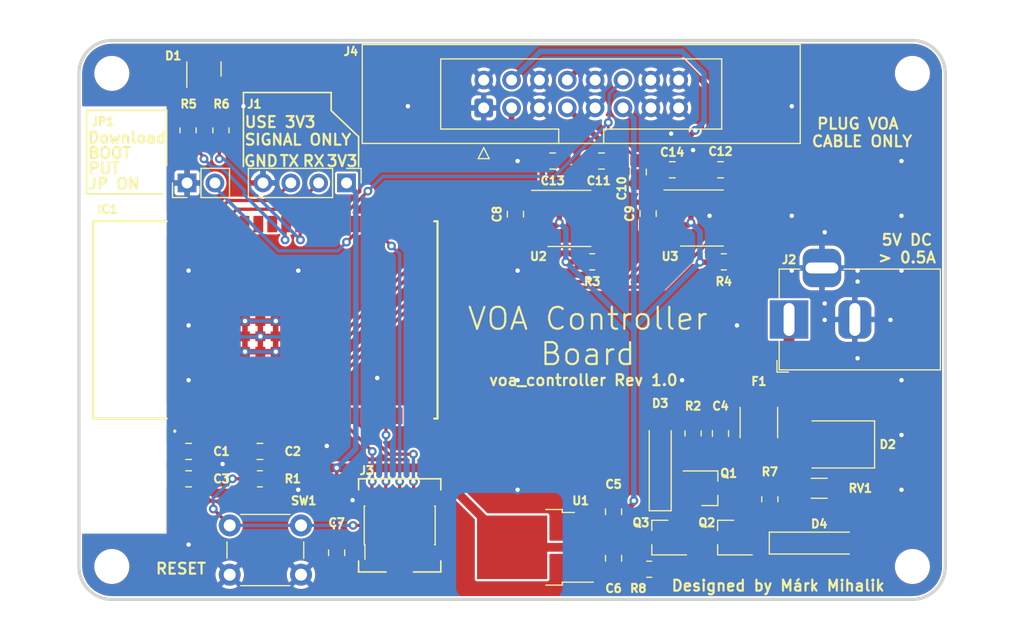
<source format=kicad_pcb>
(kicad_pcb (version 20211014) (generator pcbnew)
  (title_block (title "Voltage Controlled Amplifier (VOA) controller board") (date "2022-05-05") (rev "1.0") (company "Degined by Márk Mihalik"))
  (layers (0 "F.Cu" signal) (31 "B.Cu" signal) (34 "B.Paste" user) (35 "F.Paste" user) (36 "B.SilkS" user "B.Silkscreen") (37 "F.SilkS" user "F.Silkscreen") (38 "B.Mask" user) (39 "F.Mask" user) (44 "Edge.Cuts" user))
  (net 0 "")
  (net 1 "+3V3")
  (net 2 "GND")
  (net 3 "/ESP32_EN")
  (net 4 "+5V")
  (net 5 "Net-(D1-Pad1)")
  (net 6 "Net-(D1-Pad2)")
  (net 11 "/MOTOR_FWD_A")
  (net 12 "/MOTOR_REV_A")
  (net 13 "/MOTOR_FWD_B")
  (net 14 "/MOTOR_REV_B")
  (net 16 "/ESP32_JTAG_TMS")
  (net 17 "/ESP32_JTAG_TDI")
  (net 18 "/ESP32_JTAG_TCK")
  (net 25 "/ESP32_JTAG_TDO")
  (net 27 "/BOOT")
  (net 28 "/VOA_POT")
  (net 31 "/LED_RED")
  (net 32 "/LED_GREEN")
  (net 36 "/SERIAL_RX")
  (net 37 "/SERIAL_TX")
  (net 40 "/Motor_A+")
  (net 41 "/Motor_A-")
  (net 42 "/Motor_B+")
  (net 43 "/Motor_B-")
  (net 45 "Net-(R3-Pad2)")
  (net 46 "Net-(R4-Pad2)")
  (net 47 "Net-(C4-Pad1)")
  (net 48 "Net-(D3-Pad1)")
  (net 49 "Net-(D3-Pad2)")
  (net 50 "Net-(D4-Pad1)")
  (net 51 "/Power Source and Protection/PWR_IN")
  (net 52 "Net-(Q2-Pad3)")
  (footprint "Capacitor_SMD:C_0805_2012Metric_Pad1.18x1.45mm_HandSolder" (layer "F.Cu") (at 98 113 180)
    (fp_text reference "C3")
    (fp_text value "100n")
  )
  (footprint "Diode_SMD:D_SMB" (layer "F.Cu") (at 157 109.8625 180)
    (fp_text reference "D2")
    (fp_text value "35V")
  )
  (footprint "Capacitor_SMD:C_0805_2012Metric_Pad1.18x1.45mm_HandSolder" (layer "F.Cu") (at 136.75 120.25 -90)
    (fp_text reference "C6")
    (fp_text value "10u")
  )
  (footprint "Resistor_SMD:R_0805_2012Metric_Pad1.20x1.40mm_HandSolder" (layer "F.Cu") (at 151 114.8625 -90)
    (fp_text reference "R7")
    (fp_text value "10k")
  )
  (footprint "Resistor_SMD:R_0805_2012Metric_Pad1.20x1.40mm_HandSolder" (layer "F.Cu") (at 100.95 81.2 -90)
    (fp_text reference "R6")
    (fp_text value "56")
  )
  (footprint "Capacitor_SMD:C_0805_2012Metric_Pad1.18x1.45mm_HandSolder" (layer "F.Cu") (at 142.1 84.8)
    (fp_text reference "C14")
    (fp_text value "100n")
  )
  (footprint "Capacitor_SMD:C_0805_2012Metric_Pad1.18x1.45mm_HandSolder" (layer "F.Cu") (at 111.5 119.75 -90)
    (fp_text reference "C7")
    (fp_text value "100n")
  )
  (footprint "Connector_BarrelJack:BarrelJack_Horizontal" (layer "F.Cu") (at 152.75 98.4575 180)
    (fp_text reference "J2")
    (fp_text value "Barrel_Jack_Switch_Pin3Ring")
  )
  (footprint "Package_TO_SOT_SMD:TO-252-3_TabPin2" (layer "F.Cu") (at 129.6 119.25 180)
    (fp_text reference "U1")
    (fp_text value "IFX27001TFV33")
  )
  (footprint "Capacitor_SMD:C_0805_2012Metric_Pad1.18x1.45mm_HandSolder" (layer "F.Cu") (at 131.2 84)
    (fp_text reference "C13")
    (fp_text value "100n")
  )
  (footprint "MountingHole:MountingHole_2.7mm_M2.5" (layer "F.Cu") (at 91 121)
    (fp_text reference "REF04" hide)
    (fp_text value "MountingHole_2.7mm_M2.5")
  )
  (footprint "Capacitor_SMD:C_0805_2012Metric_Pad1.18x1.45mm_HandSolder" (layer "F.Cu") (at 104.5 110.5 180)
    (fp_text reference "C2")
    (fp_text value "100n")
  )
  (footprint "Resistor_SMD:R_0805_2012Metric_Pad1.20x1.40mm_HandSolder" (layer "F.Cu") (at 146.8 93.2)
    (fp_text reference "R4")
    (fp_text value "10k")
  )
  (footprint "MountingHole:MountingHole_2.7mm_M2.5" (layer "F.Cu") (at 91 76)
    (fp_text reference "REF01" hide)
    (fp_text value "MountingHole_2.7mm_M2.5")
  )
  (footprint "Package_SO:SOIC-8_3.9x4.9mm_P1.27mm" (layer "F.Cu") (at 144.8 89.2)
    (fp_text reference "U3")
    (fp_text value "ZXBM5210-S")
  )
  (footprint "MountingHole:MountingHole_2.7mm_M2.5" (layer "F.Cu") (at 164 76)
    (fp_text reference "REF02" hide)
    (fp_text value "MountingHole_2.7mm_M2.5")
  )
  (footprint "Resistor_SMD:R_1206_3216Metric" (layer "F.Cu") (at 155.5 113.8625)
    (fp_text reference "RV1")
    (fp_text value "30V")
  )
  (footprint "MountingHole:MountingHole_2.7mm_M2.5" (layer "F.Cu") (at 164 121)
    (fp_text reference "REF03" hide)
    (fp_text value "MountingHole_2.7mm_M2.5")
  )
  (footprint "Resistor_SMD:R_0805_2012Metric_Pad1.20x1.40mm_HandSolder" (layer "F.Cu") (at 134.8 93.2)
    (fp_text reference "R3")
    (fp_text value "10k")
  )
  (footprint "Capacitor_SMD:C_0805_2012Metric_Pad1.18x1.45mm_HandSolder" (layer "F.Cu") (at 136.75 116 90)
    (fp_text reference "C5")
    (fp_text value "10u")
  )
  (footprint "Resistor_SMD:R_0805_2012Metric_Pad1.20x1.40mm_HandSolder" (layer "F.Cu") (at 104.5 113)
    (fp_text reference "R1")
    (fp_text value "10k")
  )
  (footprint "Connector_IDC:IDC-Header_2x08_P2.54mm_Latch_Vertical" (layer "F.Cu") (at 124.91 79.1525 90)
    (fp_text reference "J4")
    (fp_text value "Conn_02x08_Odd_Even")
  )
  (footprint "Button_Switch_THT:SW_PUSH_6mm_H7.3mm" (layer "F.Cu") (at 108.25 121.75 180)
    (fp_text reference "SW1")
    (fp_text value "SW_Push")
  )
  (footprint "Capacitor_SMD:C_0805_2012Metric_Pad1.18x1.45mm_HandSolder" (layer "F.Cu") (at 127.8 88.85 90)
    (fp_text reference "C8")
    (fp_text value "100n")
  )
  (footprint "Package_TO_SOT_SMD:SOT-23_Handsoldering" (layer "F.Cu") (at 141 118.3625 180)
    (fp_text reference "Q3")
    (fp_text value "Si2307CDS")
  )
  (footprint "Capacitor_SMD:C_0805_2012Metric_Pad1.18x1.45mm_HandSolder" (layer "F.Cu") (at 139.9 88.8 90)
    (fp_text reference "C9")
    (fp_text value "100n")
  )
  (footprint "Connector_PinHeader_2.54mm:PinHeader_1x02_P2.54mm_Vertical" (layer "F.Cu") (at 97.86 86 90)
    (fp_text reference "JP1")
    (fp_text value "Jumper_2_Open")
  )
  (footprint "Package_TO_SOT_SMD:SOT-23" (layer "F.Cu") (at 99.4 75.6 90)
    (fp_text reference "D1")
    (fp_text value "LED_Dual_AAK")
  )
  (footprint "Capacitor_SMD:C_0805_2012Metric_Pad1.18x1.45mm_HandSolder" (layer "F.Cu") (at 146.5 84.8)
    (fp_text reference "C12")
    (fp_text value "100n")
  )
  (footprint "Package_SO:SOIC-8_3.9x4.9mm_P1.27mm" (layer "F.Cu") (at 132.725 89.235)
    (fp_text reference "U2")
    (fp_text value "ZXBM5210-S")
  )
  (footprint "Capacitor_SMD:C_0805_2012Metric_Pad1.18x1.45mm_HandSolder" (layer "F.Cu") (at 135.65 84 180)
    (fp_text reference "C11")
    (fp_text value "100n")
  )
  (footprint "Resistor_SMD:R_0805_2012Metric_Pad1.20x1.40mm_HandSolder" (layer "F.Cu") (at 140 121.25 180)
    (fp_text reference "R8")
    (fp_text value "10k")
  )
  (footprint "Package_TO_SOT_SMD:SOT-23_Handsoldering" (layer "F.Cu") (at 145.5 113.8625)
    (fp_text reference "Q1")
    (fp_text value "Si2307CDS")
  )
  (footprint "Resistor_SMD:R_0805_2012Metric_Pad1.20x1.40mm_HandSolder" (layer "F.Cu") (at 144 108.8625 90)
    (fp_text reference "R2")
    (fp_text value "10k")
  )
  (footprint "Connector_PinHeader_2.54mm:PinHeader_1x04_P2.54mm_Vertical" (layer "F.Cu") (at 112.4 86 -90)
    (fp_text reference "J1")
    (fp_text value "Conn_01x04_Male")
  )
  (footprint "Diode_SMD:D_MiniMELF_Handsoldering" (layer "F.Cu") (at 141 111.3625 90)
    (fp_text reference "D3")
    (fp_text value "3V")
  )
  (footprint "Diode_SMD:D_MiniMELF_Handsoldering" (layer "F.Cu") (at 155.5 118.8625)
    (fp_text reference "D4")
    (fp_text value "5V6")
  )
  (footprint "Capacitor_SMD:C_0805_2012Metric_Pad1.18x1.45mm_HandSolder" (layer "F.Cu") (at 146.5 108.8625 90)
    (fp_text reference "C4")
    (fp_text value "100n")
  )
  (footprint "Package_TO_SOT_SMD:SOT-23_Handsoldering" (layer "F.Cu") (at 147 118.3625 180)
    (fp_text reference "Q2")
    (fp_text value "Si2307CDS")
  )
  (footprint "Capacitor_SMD:C_0805_2012Metric_Pad1.18x1.45mm_HandSolder" (layer "F.Cu") (at 98 110.5 180)
    (fp_text reference "C1")
    (fp_text value "22u")
  )
  (footprint "Connector_PinHeader_1.27mm:PinHeader_2x05_P1.27mm_Vertical_SMD" (layer "F.Cu") (at 117.25 117.25 90)
    (fp_text reference "J3")
    (fp_text value "Conn_ARM_JTAG_SWD_10")
  )
  (footprint "Resistor_SMD:R_0805_2012Metric_Pad1.20x1.40mm_HandSolder" (layer "F.Cu") (at 97.95 81.2 -90)
    (fp_text reference "R5")
    (fp_text value "68")
  )
  (footprint "ESP32-WROVER-IE:ESP32WROVERIE" (layer "F.Cu") (at 105 98.5 90)
    (fp_text reference "IC1")
    (fp_text value "ESP32-WROVER-IE" hide)
  )
  (footprint "Fuse:Fuse_1812_4532Metric" (layer "F.Cu") (at 150 107.8625 -90)
    (fp_text reference "F1")
    (fp_text value "Polyfuse 1.5A")
  )
  (footprint "Capacitor_SMD:C_0805_2012Metric_Pad1.18x1.45mm_HandSolder" (layer "F.Cu") (at 139 85 -90)
    (fp_text reference "C10")
    (fp_text value "680n")
  )
  (gr_line (start 118.5 121.5) (end 121 121.5) (layer "F.SilkS") (width 0.15))
  (gr_line (start 103 81.5) (end 103 84.5) (layer "F.SilkS") (width 0.15))
  (gr_line (start 113.5 113) (end 121 113) (layer "F.SilkS") (width 0.15))
  (gr_line (start 121 120.5) (end 121 121.5) (layer "F.SilkS") (width 0.15))
  (gr_line (start 95.6 87) (end 88.7 87) (layer "F.SilkS") (width 0.15))
  (gr_line (start 113.5 81.775) (end 113.5 84.5) (layer "F.SilkS") (width 0.15))
  (gr_line (start 113.5 81.775) (end 111 79.4) (layer "F.SilkS") (width 0.15))
  (gr_line (start 113.5 120.5) (end 113.5 121.5) (layer "F.SilkS") (width 0.15))
  (gr_line (start 113.5 121.5) (end 116 121.5) (layer "F.SilkS") (width 0.15))
  (gr_line (start 88.7 87) (end 88.7 79.37) (layer "F.SilkS") (width 0.15))
  (gr_line (start 121 113) (end 121 114) (layer "F.SilkS") (width 0.15))
  (gr_line (start 103 81.5) (end 103 77.75) (layer "F.SilkS") (width 0.15))
  (gr_line (start 113.5 113) (end 113.5 114) (layer "F.SilkS") (width 0.15))
  (gr_line (start 111 77.75) (end 111 79.4) (layer "F.SilkS") (width 0.15))
  (gr_line (start 96 79.37) (end 96 84.4) (layer "F.SilkS") (width 0.15))
  (gr_line (start 88.7 79.37) (end 96 79.37) (layer "F.SilkS") (width 0.15))
  (gr_line (start 103 77.75) (end 111 77.75) (layer "F.SilkS") (width 0.15))
  (gr_line (start 88 76) (end 88 121) (layer "Edge.Cuts") (width 0.3))
  (gr_arc (start 164 73) (mid 166.12132 73.87868) (end 167 76) (layer "Edge.Cuts") (width 0.3))
  (gr_arc (start 91 124) (mid 88.87868 123.12132) (end 88 121) (layer "Edge.Cuts") (width 0.3))
  (gr_line (start 91 124) (end 164 124) (layer "Edge.Cuts") (width 0.3))
  (gr_arc (start 167 121) (mid 166.12132 123.12132) (end 164 124) (layer "Edge.Cuts") (width 0.3))
  (gr_line (start 167 76) (end 167 121) (layer "Edge.Cuts") (width 0.3))
  (gr_arc (start 88 76) (mid 88.87868 73.87868) (end 91 73) (layer "Edge.Cuts") (width 0.3))
  (gr_line (start 91 73) (end 164 73) (layer "Edge.Cuts") (width 0.3))
  (gr_text "Download" (at 92.4 81.87) (layer "F.SilkS") (effects (font (size 1 1) (thickness 0.2))))
  (gr_text "voa_controller Rev 1.0" (at 134 104) (layer "F.SilkS") (effects (font (size 1 1) (thickness 0.2))))
  (gr_text "BOOT" (at 90.8 83.27) (layer "F.SilkS") (effects (font (size 1 1) (thickness 0.2))))
  (gr_text "RX" (at 109.4 84) (layer "F.SilkS") (effects (font (size 1 1) (thickness 0.2))))
  (gr_text "Designed by Márk Mihalik" (at 151.75 122.75) (layer "F.SilkS") (effects (font (size 1 1) (thickness 0.2))))
  (gr_text "5V DC\n> 0.5A" (at 163.5 92) (layer "F.SilkS") (effects (font (size 1 1) (thickness 0.2))))
  (gr_text "JP ON" (at 91.2 86.07) (layer "F.SilkS") (effects (font (size 1 1) (thickness 0.2))))
  (gr_text "PLUG VOA \nCABLE ONLY" (at 159.4 81.4) (layer "F.SilkS") (effects (font (size 1 1) (thickness 0.2))))
  (gr_text "TX" (at 107.2 84) (layer "F.SilkS") (effects (font (size 1 1) (thickness 0.2))))
  (gr_text "USE 3V3 \nSIGNAL ONLY" (at 103 81.25) (layer "F.SilkS") (effects (font (size 1 1) (thickness 0.2)) (justify left)))
  (gr_text "PUT" (at 90.3 84.67) (layer "F.SilkS") (effects (font (size 1 1) (thickness 0.2))))
  (gr_text "RESET" (at 97.3 121.2) (layer "F.SilkS") (effects (font (size 1 1) (thickness 0.2))))
  (gr_text "VOA Controller\nBoard" (at 134.4 100) (layer "F.SilkS") (effects (font (size 2 2) (thickness 0.2))))
  (gr_text "GND\n" (at 104.6 84) (layer "F.SilkS") (effects (font (size 1 1) (thickness 0.2))))
  (gr_text "3V3\n" (at 112 84) (layer "F.SilkS") (effects (font (size 1 1) (thickness 0.2))))
  (segment (start 104.69952 113.801882) (end 104.201882 114.29952) (width 0.8) (layer "F.Cu") (net 1))
  (segment (start 99.0375 110.5) (end 99.0375 113) (width 0.8) (layer "F.Cu") (net 1))
  (segment (start 111.5 118.7125) (end 111.5375 118.75) (width 0.3) (layer "F.Cu") (net 1))
  (segment (start 133.8 119.25) (end 136.7125 119.25) (width 0.7) (layer "F.Cu") (net 1))
  (segment (start 136.7125 119.25) (end 136.75 119.2125) (width 0.7) (layer "F.Cu") (net 1))
  (segment (start 111.5 112) (end 106.5 112) (width 0.8) (layer "F.Cu") (net 1))
  (segment (start 111.5375 118.75) (end 114.26 118.75) (width 0.3) (layer "F.Cu") (net 1))
  (segment (start 98.01 109.4725) (end 99.0375 110.5) (width 0.8) (layer "F.Cu") (net 1))
  (segment (start 114.26 118.75) (end 114.71 119.2) (width 0.3) (layer "F.Cu") (net 1))
  (segment (start 100.33702 114.29952) (end 99.0375 113) (width 0.8) (layer "F.Cu") (net 1))
  (segment (start 104.201882 114.29952) (end 100.33702 114.29952) (width 0.8) (layer "F.Cu") (net 1))
  (segment (start 98.01 107.25) (end 98.01 109.4725) (width 0.8) (layer "F.Cu") (net 1))
  (segment (start 106.5 112) (end 105.5 113) (width 0.8) (layer "F.Cu") (net 1))
  (segment (start 105.5 113) (end 104.69952 113.80048) (width 0.8) (layer "F.Cu") (net 1))
  (segment (start 127.5 119.25) (end 133.8 119.25) (width 0.8) (layer "F.Cu") (net 1))
  (segment (start 120.25 112) (end 111.5 112) (width 0.8) (layer "F.Cu") (net 1))
  (segment (start 104.69952 113.80048) (end 104.69952 113.801882) (width 0.8) (layer "F.Cu") (net 1))
  (segment (start 127.5 119.25) (end 120.25 112) (width 0.8) (layer "F.Cu") (net 1))
  (segment (start 111.5 118.7125) (end 111.5 112) (width 0.3) (layer "F.Cu") (net 1))
  (via (at 111.5 112) (size 0.8) (drill 0.4) (layers "F.Cu" "B.Cu") (net 1))
  (segment (start 113.249511 86.849511) (end 113.249511 110.250489) (width 0.5) (layer "B.Cu") (net 1))
  (segment (start 112.4 86) (end 113.249511 86.849511) (width 0.5) (layer "B.Cu") (net 1))
  (segment (start 113.249511 110.250489) (end 111.5 112) (width 0.5) (layer "B.Cu") (net 1))
  (via (at 142 81.5) (size 0.8) (drill 0.4) (layers "F.Cu" "B.Cu") (net 2))
  (via (at 156 98.5) (size 0.8) (drill 0.4) (layers "F.Cu" "B.Cu") (net 2))
  (via (at 156 97) (size 0.8) (drill 0.4) (layers "F.Cu" "B.Cu") (net 2))
  (via (at 143 104) (size 0.8) (drill 0.4) (layers "F.Cu" "B.Cu") (net 2))
  (via (at 128 114) (size 0.8) (drill 0.4) (layers "F.Cu" "B.Cu") (net 2))
  (via (at 156 90.5) (size 0.8) (drill 0.4) (layers "F.Cu" "B.Cu") (net 2))
  (via (at 159 94) (size 0.8) (drill 0.4) (layers "F.Cu" "B.Cu") (net 2))
  (via (at 159 102) (size 0.8) (drill 0.4) (layers "F.Cu" "B.Cu") (net 2))
  (via (at 105.95 98.6) (size 0.8) (drill 0.4) (layers "F.Cu" "B.Cu") (net 2))
  (via (at 108 114) (size 0.8) (drill 0.4) (layers "F.Cu" "B.Cu") (net 2))
  (via (at 148 99) (size 0.8) (drill 0.4) (layers "F.Cu" "B.Cu") (net 2))
  (via (at 153 94) (size 0.8) (drill 0.4) (layers "F.Cu" "B.Cu") (net 2))
  (via (at 128 104) (size 0.8) (drill 0.4) (layers "F.Cu" "B.Cu") (net 2))
  (via (at 163 104) (size 0.8) (drill 0.4) (layers "F.Cu" "B.Cu") (net 2))
  (via (at 104.55 100) (size 0.8) (drill 0.4) (layers "F.Cu" "B.Cu") (net 2))
  (via (at 112.95 114.95) (size 0.8) (drill 0.4) (layers "F.Cu" "B.Cu") (net 2))
  (via (at 128 94) (size 0.8) (drill 0.4) (layers "F.Cu" "B.Cu") (net 2))
  (via (at 145.5 89) (size 0.8) (drill 0.4) (layers "F.Cu" "B.Cu") (net 2))
  (via (at 98 94) (size 0.8) (drill 0.4) (layers "F.Cu" "B.Cu") (net 2))
  (via (at 163 84) (size 0.8) (drill 0.4) (layers "F.Cu" "B.Cu") (net 2))
  (via (at 163 94) (size 0.8) (drill 0.4) (layers "F.Cu" "B.Cu") (net 2))
  (via (at 163 109) (size 0.8) (drill 0.4) (layers "F.Cu" "B.Cu") (net 2))
  (via (at 163 89) (size 0.8) (drill 0.4) (layers "F.Cu" "B.Cu") (net 2))
  (via (at 153 79) (size 0.8) (drill 0.4) (layers "F.Cu" "B.Cu") (net 2))
  (via (at 103.15 98.6) (size 0.8) (drill 0.4) (layers "F.Cu" "B.Cu") (net 2))
  (via (at 98 99) (size 0.8) (drill 0.4) (layers "F.Cu" "B.Cu") (net 2))
  (via (at 108 94) (size 0.8) (drill 0.4) (layers "F.Cu" "B.Cu") (net 2))
  (via (at 110.6 110) (size 0.8) (drill 0.4) (layers "F.Cu" "B.Cu") (net 2))
  (via (at 118 79) (size 0.8) (drill 0.4) (layers "F.Cu" "B.Cu") (net 2))
  (via (at 162 98.5) (size 0.8) (drill 0.4) (layers "F.Cu" "B.Cu") (net 2))
  (via (at 101.1 111.65) (size 0.8) (drill 0.4) (layers "F.Cu" "B.Cu") (net 2))
  (via (at 159 95) (size 0.8) (drill 0.4) (layers "F.Cu" "B.Cu") (net 2))
  (via (at 98 119) (size 0.8) (drill 0.4) (layers "F.Cu" "B.Cu") (net 2))
  (via (at 103 79) (size 0.8) (drill 0.4) (layers "F.Cu" "B.Cu") (net 2))
  (via (at 128 84) (size 0.8) (drill 0.4) (layers "F.Cu" "B.Cu") (net 2))
  (via (at 163 114) (size 0.8) (drill 0.4) (layers "F.Cu" "B.Cu") (net 2))
  (via (at 153 89) (size 0.8) (drill 0.4) (layers "F.Cu" "B.Cu") (net 2))
  (via (at 98 104) (size 0.8) (drill 0.4) (layers "F.Cu" "B.Cu") (net 2))
  (via (at 103.15 101.4) (size 0.8) (drill 0.4) (layers "F.Cu" "B.Cu") (net 2))
  (via (at 144 83) (size 0.8) (drill 0.4) (layers "F.Cu" "B.Cu") (net 2))
  (via (at 105.95 101.4) (size 0.8) (drill 0.4) (layers "F.Cu" "B.Cu") (net 2))
  (via (at 115.2 103.8) (size 0.8) (drill 0.4) (layers "F.Cu" "B.Cu") (net 2))
  (segment (start 102.6 101.4) (end 105.95 101.4) (width 0.3) (layer "B.Cu") (net 2))
  (segment (start 102.6 98.6) (end 102.6 100.05) (width 0.3) (layer "B.Cu") (net 2))
  (segment (start 102.6 100.05) (end 102.6 101.4) (width 0.3) (layer "B.Cu") (net 2))
  (segment (start 103.15 98.6) (end 102.6 98.6) (width 0.3) (layer "B.Cu") (net 2))
  (segment (start 106.45 100.05) (end 106.5 100) (width 0.3) (layer "B.Cu") (net 2))
  (segment (start 106.5 101.4) (end 106.5 100) (width 0.3) (layer "B.Cu") (net 2))
  (segment (start 102.6 100.05) (end 106.45 100.05) (width 0.3) (layer "B.Cu") (net 2))
  (segment (start 106.5 100) (end 106.5 98.6) (width 0.3) (layer "B.Cu") (net 2))
  (segment (start 105.95 101.4) (end 106.5 101.4) (width 0.3) (layer "B.Cu") (net 2))
  (segment (start 103.15 98.6) (end 105.95 98.6) (width 0.3) (layer "B.Cu") (net 2))
  (segment (start 105.95 98.6) (end 106.5 98.6) (width 0.3) (layer "B.Cu") (net 2))
  (segment (start 119.79 116.13) (end 118.67 117.25) (width 0.3) (layer "F.Cu") (net 3))
  (segment (start 101.75 117.25) (end 100.25 115.75) (width 0.3) (layer "F.Cu") (net 3))
  (segment (start 118.67 117.25) (end 113 117.25) (width 0.3) (layer "F.Cu") (net 3))
  (segment (start 102 113) (end 103.5 113) (width 0.3) (layer "F.Cu") (net 3))
  (segment (start 103.5 110.5375) (end 103.4625 110.5) (width 0.3) (layer "F.Cu") (net 3))
  (segment (start 119.79 115.3) (end 119.79 116.13) (width 0.3) (layer "F.Cu") (net 3))
  (segment (start 101.900978 110.5) (end 99.28 107.879022) (width 0.3) (layer "F.Cu") (net 3))
  (segment (start 99.28 107.879022) (end 99.28 107.25) (width 0.3) (layer "F.Cu") (net 3))
  (segment (start 103.5 113) (end 103.5 110.5375) (width 0.3) (layer "F.Cu") (net 3))
  (segment (start 103.4625 110.5) (end 101.900978 110.5) (width 0.3) (layer "F.Cu") (net 3))
  (via (at 102 113) (size 0.8) (drill 0.4) (layers "F.Cu" "B.Cu") (net 3))
  (via (at 100.25 115.75) (size 0.8) (drill 0.4) (layers "F.Cu" "B.Cu") (net 3))
  (via (at 113 117.25) (size 0.8) (drill 0.4) (layers "F.Cu" "B.Cu") (net 3))
  (segment (start 100.25 115.75) (end 100.25 114.75) (width 0.3) (layer "B.Cu") (net 3))
  (segment (start 108.25 117.25) (end 101.75 117.25) (width 0.3) (layer "B.Cu") (net 3))
  (segment (start 100.25 114.75) (end 102 113) (width 0.3) (layer "B.Cu") (net 3))
  (segment (start 113 117.25) (end 108.25 117.25) (width 0.3) (layer "B.Cu") (net 3))
  (segment (start 143.565 89.835) (end 143.8 89.6) (width 0.5) (layer "F.Cu") (net 4))
  (segment (start 133.8675 117.0375) (end 133.8 116.97) (width 0.7) (layer "F.Cu") (net 4))
  (segment (start 145.770023 93.229977) (end 145.8 93.2) (width 0.5) (layer "F.Cu") (net 4))
  (segment (start 130.2325 89.8875) (end 130.25 89.87) (width 0.5) (layer "F.Cu") (net 4))
  (segment (start 143.8 88.8) (end 143.565 88.565) (width 0.5) (layer "F.Cu") (net 4))
  (segment (start 139.5 118.3625) (end 138.075 118.3625) (width 0.7) (layer "F.Cu") (net 4))
  (segment (start 131.8 88.8) (end 131.6 88.6) (width 0.5) (layer "F.Cu") (net 4))
  (segment (start 138.6 115) (end 138.6 115.1875) (width 0.5) (layer "F.Cu") (net 4))
  (segment (start 142.3225 89.8375) (end 142.325 89.835) (width 0.5) (layer "F.Cu") (net 4))
  (segment (start 127.8 89.8875) (end 130.2325 89.8875) (width 0.5) (layer "F.Cu") (net 4))
  (segment (start 142.325 89.835) (end 143.565 89.835) (width 0.5) (layer "F.Cu") (net 4))
  (segment (start 138.6 115.1875) (end 136.75 117.0375) (width 0.5) (layer "F.Cu") (net 4))
  (segment (start 143.8 89.6) (end 143.8 88.8) (width 0.5) (layer "F.Cu") (net 4))
  (segment (start 136.75 117.0375) (end 133.8675 117.0375) (width 0.7) (layer "F.Cu") (net 4))
  (segment (start 131.6 88.6) (end 130.25 88.6) (width 0.5) (layer "F.Cu") (net 4))
  (segment (start 138.075 118.3625) (end 136.75 117.0375) (width 0.7) (layer "F.Cu") (net 4))
  (segment (start 132.4 93.2) (end 133.8 93.2) (width 0.5) (layer "F.Cu") (net 4))
  (segment (start 131.8 89.6) (end 131.8 88.8) (width 0.5) (layer "F.Cu") (net 4))
  (segment (start 139.9 89.8375) (end 142.3225 89.8375) (width 0.5) (layer "F.Cu") (net 4))
  (segment (start 144.629977 93.229977) (end 145.770023 93.229977) (width 0.5) (layer "F.Cu") (net 4))
  (segment (start 131.53 89.87) (end 131.8 89.6) (width 0.5) (layer "F.Cu") (net 4))
  (segment (start 143.565 88.565) (end 142.325 88.565) (width 0.5) (layer "F.Cu") (net 4))
  (segment (start 130.25 89.87) (end 131.53 89.87) (width 0.5) (layer "F.Cu") (net 4))
  (via (at 143.8 89.6) (size 0.8) (drill 0.4) (layers "F.Cu" "B.Cu") (net 4))
  (via (at 144.629977 93.229977) (size 0.8) (drill 0.4) (layers "F.Cu" "B.Cu") (net 4))
  (via (at 132.4 93.2) (size 0.8) (drill 0.4) (layers "F.Cu" "B.Cu") (net 4))
  (via (at 138.6 115) (size 0.8) (drill 0.4) (layers "F.Cu" "B.Cu") (net 4))
  (via (at 131.8 89.6) (size 0.8) (drill 0.4) (layers "F.Cu" "B.Cu") (net 4))
  (segment (start 137.61 79.1525) (end 138.6 80.1425) (width 0.5) (layer "B.Cu") (net 4))
  (segment (start 138.6 99.25) (end 138.609954 99.25) (width 0.5) (layer "B.Cu") (net 4))
  (segment (start 144.629977 93.229977) (end 144.629977 90.429977) (width 0.5) (layer "B.Cu") (net 4))
  (segment (start 132.4 90.2) (end 131.8 89.6) (width 0.5) (layer "B.Cu") (net 4))
  (segment (start 138.6 99.4) (end 132.4 93.2) (width 0.5) (layer "B.Cu") (net 4))
  (segment (start 144.629977 90.429977) (end 143.8 89.6) (width 0.5) (layer "B.Cu") (net 4))
  (segment (start 138.6 80.1425) (end 138.6 96) (width 0.5) (layer "B.Cu") (net 4))
  (segment (start 138.609954 99.25) (end 144.629977 93.229977) (width 0.5) (layer "B.Cu") (net 4))
  (segment (start 132.4 93.2) (end 132.4 90.2) (width 0.5) (layer "B.Cu") (net 4))
  (segment (start 138.6 96) (end 138.6 115) (width 0.5) (layer "B.Cu") (net 4))
  (segment (start 98 80.2) (end 98.45 79.75) (width 0.3) (layer "F.Cu") (net 5))
  (segment (start 97.95 80.2) (end 98 80.2) (width 0.3) (layer "F.Cu") (net 5))
  (segment (start 98.45 79.75) (end 98.45 76.5375) (width 0.3) (layer "F.Cu") (net 5))
  (segment (start 100.35 79.55) (end 100.35 76.5375) (width 0.3) (layer "F.Cu") (net 6))
  (segment (start 100.95 80.2) (end 100.95 80.15) (width 0.3) (layer "F.Cu") (net 6))
  (segment (start 100.95 80.15) (end 100.35 79.55) (width 0.3) (layer "F.Cu") (net 6))
  (segment (start 105.63 106.2) (end 120.69 91.14) (width 0.3) (layer "F.Cu") (net 11))
  (segment (start 105.63 107.25) (end 105.63 106.2) (width 0.3) (layer "F.Cu") (net 11))
  (segment (start 120.69 91.14) (end 130.25 91.14) (width 0.3) (layer "F.Cu") (net 11))
  (segment (start 133.8 91.8) (end 134.46 91.14) (width 0.3) (layer "F.Cu") (net 12))
  (segment locked (start 120.8 91.8) (end 133.8 91.8) (width 0.3) (layer "F.Cu") (net 12))
  (segment (start 106.9 105.7) (end 120.8 91.8) (width 0.3) (layer "F.Cu") (net 12))
  (segment (start 106.9 107.25) (end 106.9 105.7) (width 0.3) (layer "F.Cu") (net 12))
  (segment (start 134.46 91.14) (end 135.2 91.14) (width 0.3) (layer "F.Cu") (net 12))
  (segment (start 108.17 106.63) (end 119.8 95) (width 0.3) (layer "F.Cu") (net 13))
  (segment (start 141.695 91.105) (end 142.325 91.105) (width 0.3) (layer "F.Cu") (net 13))
  (segment (start 119.8 95) (end 137.8 95) (width 0.3) (layer "F.Cu") (net 13))
  (segment (start 137.8 95) (end 141.695 91.105) (width 0.3) (layer "F.Cu") (net 13))
  (segment (start 108.17 107.25) (end 108.17 106.63) (width 0.3) (layer "F.Cu") (net 13))
  (segment (start 145.695 91.105) (end 147.275 91.105) (width 0.3) (layer "F.Cu") (net 14))
  (segment (start 120.006908 95.49952) (end 141.30048 95.49952) (width 0.3) (layer "F.Cu") (net 14))
  (segment (start 109.44 107.25) (end 109.44 106.066428) (width 0.3) (layer "F.Cu") (net 14))
  (segment (start 109.44 106.066428) (end 120.006908 95.49952) (width 0.3) (layer "F.Cu") (net 14))
  (segment (start 141.30048 95.49952) (end 145.695 91.105) (width 0.3) (layer "F.Cu") (net 14))
  (segment (start 114.75 110.5) (end 111.98 107.73) (width 0.3) (layer "F.Cu") (net 16))
  (segment (start 114.71 115.3) (end 114.71 113.29) (width 0.3) (layer "F.Cu") (net 16))
  (segment (start 114.71 113.29) (end 114.75 113.25) (width 0.3) (layer "F.Cu") (net 16))
  (segment (start 111.98 107.73) (end 111.98 107.25) (width 0.3) (layer "F.Cu") (net 16))
  (via (at 114.75 113.25) (size 0.8) (drill 0.4) (layers "F.Cu" "B.Cu") (net 16))
  (via (at 114.75 110.5) (size 0.8) (drill 0.4) (layers "F.Cu" "B.Cu") (net 16))
  (segment (start 114.75 113.25) (end 114.75 110.5) (width 0.3) (layer "B.Cu") (net 16))
  (segment (start 118.52 115.3) (end 118.52 113.27) (width 0.3) (layer "F.Cu") (net 17))
  (segment (start 118.52 113.27) (end 118.5 113.25) (width 0.3) (layer "F.Cu") (net 17))
  (segment (start 118.5 110.75) (end 116.25 110.75) (width 0.3) (layer "F.Cu") (net 17))
  (segment (start 116.25 110.75) (end 113.25 107.75) (width 0.3) (layer "F.Cu") (net 17))
  (segment (start 113.25 107.75) (end 113.25 107.25) (width 0.3) (layer "F.Cu") (net 17))
  (via (at 118.5 113.25) (size 0.8) (drill 0.4) (layers "F.Cu" "B.Cu") (net 17))
  (via (at 118.5 110.75) (size 0.8) (drill 0.4) (layers "F.Cu" "B.Cu") (net 17))
  (segment (start 118.5 113.25) (end 118.5 110.75) (width 0.3) (layer "B.Cu") (net 17))
  (segment (start 115.98 113.27) (end 116 113.25) (width 0.3) (layer "F.Cu") (net 18))
  (segment (start 116 107.46) (end 115.79 107.25) (width 0.3) (layer "F.Cu") (net 18))
  (segment (start 116 109) (end 116 107.46) (width 0.3) (layer "F.Cu") (net 18))
  (segment (start 115.98 115.3) (end 115.98 113.27) (width 0.3) (layer "F.Cu") (net 18))
  (via (at 116 113.25) (size 0.8) (drill 0.4) (layers "F.Cu" "B.Cu") (net 18))
  (via (at 116 109) (size 0.8) (drill 0.4) (layers "F.Cu" "B.Cu") (net 18))
  (segment (start 116 113.25) (end 116 109) (width 0.3) (layer "B.Cu") (net 18))
  (segment (start 117.25 115.3) (end 117.25 113.25) (width 0.3) (layer "F.Cu") (net 25))
  (segment (start 116.5 91.75) (end 115.79 91.04) (width 0.3) (layer "F.Cu") (net 25))
  (segment (start 115.79 91.04) (end 115.79 89.75) (width 0.3) (layer "F.Cu") (net 25))
  (via (at 117.25 113.25) (size 0.8) (drill 0.4) (layers "F.Cu" "B.Cu") (net 25))
  (via (at 116.5 91.75) (size 0.8) (drill 0.4) (layers "F.Cu" "B.Cu") (net 25))
  (segment (start 117.25 92.5) (end 116.5 91.75) (width 0.3) (layer "B.Cu") (net 25))
  (segment (start 117.25 113.25) (end 117.25 92.5) (width 0.3) (layer "B.Cu") (net 25))
  (segment (start 113.25 90.55) (end 113.25 89.75) (width 0.3) (layer "F.Cu") (net 27))
  (segment (start 112.4 91.4) (end 113.25 90.55) (width 0.3) (layer "F.Cu") (net 27))
  (via (at 112.4 91.4) (size 0.8) (drill 0.4) (layers "F.Cu" "B.Cu") (net 27))
  (segment (start 111.6 92.2) (end 112.4 91.4) (width 0.3) (layer "B.Cu") (net 27))
  (segment (start 106.2 92.2) (end 111.6 92.2) (width 0.3) (layer "B.Cu") (net 27))
  (segment (start 100.4 86.4) (end 106.2 92.2) (width 0.3) (layer "B.Cu") (net 27))
  (segment (start 114.35 86.750978) (end 111.98 89.120978) (width 0.3) (layer "F.Cu") (net 28))
  (segment (start 139 83.9625) (end 136.269511 81.232011) (width 0.25) (layer "F.Cu") (net 28))
  (segment (start 136.269511 81.232011) (end 136.269511 80.492989) (width 0.25) (layer "F.Cu") (net 28))
  (segment (start 114.35 86.75) (end 114.35 86.750978) (width 0.3) (layer "F.Cu") (net 28))
  (segment (start 111.98 89.120978) (end 111.98 89.75) (width 0.3) (layer "F.Cu") (net 28))
  (via (at 136.269511 80.492989) (size 0.8) (drill 0.4) (layers "F.Cu" "B.Cu") (net 28))
  (via (at 114.35 86.75) (size 0.8) (drill 0.4) (layers "F.Cu" "B.Cu") (net 28))
  (segment (start 136.269511 80.492989) (end 136.35 80.4125) (width 0.3) (layer "B.Cu") (net 28))
  (segment (start 115.7 85.4) (end 131.3625 85.4) (width 0.3) (layer "B.Cu") (net 28))
  (segment (start 114.35 86.75) (end 115.7 85.4) (width 0.3) (layer "B.Cu") (net 28))
  (segment (start 136.35 77.8725) (end 137.61 76.6125) (width 0.3) (layer "B.Cu") (net 28))
  (segment (start 136.35 80.4125) (end 136.35 77.8725) (width 0.3) (layer "B.Cu") (net 28))
  (segment (start 131.3625 85.4) (end 136.269511 80.492989) (width 0.3) (layer "B.Cu") (net 28))
  (segment (start 99.4 83.8) (end 99.4 83.65) (width 0.3) (layer "F.Cu") (net 31))
  (segment (start 106.8 91.2) (end 106.8 89.85) (width 0.3) (layer "F.Cu") (net 31))
  (segment (start 106.8 89.85) (end 106.9 89.75) (width 0.3) (layer "F.Cu") (net 31))
  (segment (start 99.4 83.65) (end 97.95 82.2) (width 0.3) (layer "F.Cu") (net 31))
  (via (at 99.4 83.8) (size 0.8) (drill 0.4) (layers "F.Cu" "B.Cu") (net 31))
  (via (at 106.8 91.2) (size 0.8) (drill 0.4) (layers "F.Cu" "B.Cu") (net 31))
  (segment (start 99.4 83.8) (end 100.149511 84.549511) (width 0.3) (layer "B.Cu") (net 31))
  (segment (start 106.8 90.8) (end 106.8 91.2) (width 0.3) (layer "B.Cu") (net 31))
  (segment (start 100.149511 84.549511) (end 100.949511 84.549511) (width 0.3) (layer "B.Cu") (net 31))
  (segment (start 100.949511 84.549511) (end 103.080969 86.680969) (width 0.3) (layer "B.Cu") (net 31))
  (segment (start 103.080969 87.080969) (end 106.8 90.8) (width 0.3) (layer "B.Cu") (net 31))
  (segment (start 103.080969 86.680969) (end 103.080969 87.080969) (width 0.3) (layer "B.Cu") (net 31))
  (segment (start 100.8 82.35) (end 100.95 82.2) (width 0.3) (layer "F.Cu") (net 32))
  (segment (start 100.8 83.8) (end 100.8 82.35) (width 0.3) (layer "F.Cu") (net 32))
  (segment (start 108.17 91.17) (end 108.2 91.2) (width 0.3) (layer "F.Cu") (net 32))
  (segment (start 108.17 89.75) (end 108.17 91.17) (width 0.3) (layer "F.Cu") (net 32))
  (via (at 100.8 83.8) (size 0.8) (drill 0.4) (layers "F.Cu" "B.Cu") (net 32))
  (via (at 108.2 91.2) (size 0.8) (drill 0.4) (layers "F.Cu" "B.Cu") (net 32))
  (segment (start 103.580489 86.180489) (end 101.2 83.8) (width 0.3) (layer "B.Cu") (net 32))
  (segment (start 103.580489 86.580489) (end 103.580489 86.180489) (width 0.3) (layer "B.Cu") (net 32))
  (segment (start 101.2 83.8) (end 100.8 83.8) (width 0.3) (layer "B.Cu") (net 32))
  (segment (start 108.2 91.2) (end 103.580489 86.580489) (width 0.3) (layer "B.Cu") (net 32))
  (segment (start 109.86 86) (end 107.46 88.4) (width 0.3) (layer "F.Cu") (net 36))
  (segment (start 101.82 88.98) (end 101.82 89.75) (width 0.3) (layer "F.Cu") (net 36))
  (segment (start 107.46 88.4) (end 102.4 88.4) (width 0.3) (layer "F.Cu") (net 36))
  (segment (start 102.4 88.4) (end 101.82 88.98) (width 0.3) (layer "F.Cu") (net 36))
  (segment (start 100.55 88.7) (end 100.55 89.75) (width 0.3) (layer "F.Cu") (net 37))
  (segment (start 107.32 86) (end 105.72 87.6) (width 0.3) (layer "F.Cu") (net 37))
  (segment (start 101.65 87.6) (end 100.55 88.7) (width 0.3) (layer "F.Cu") (net 37))
  (segment (start 105.72 87.6) (end 101.65 87.6) (width 0.3) (layer "F.Cu") (net 37))
  (segment (start 130.25 87.33) (end 130.25 84.0875) (width 0.5) (layer "F.Cu") (net 40))
  (segment (start 127.45 81.2875) (end 130.1625 84) (width 0.5) (layer "F.Cu") (net 40))
  (segment (start 127.45 79.1525) (end 127.45 81.2875) (width 0.5) (layer "F.Cu") (net 40))
  (segment (start 130.25 84.0875) (end 130.1625 84) (width 0.5) (layer "F.Cu") (net 40))
  (segment (start 136.6875 84) (end 136.6875 83.31) (width 0.5) (layer "F.Cu") (net 41))
  (segment (start 135.2 88.6) (end 135.752849 88.6) (width 0.5) (layer "F.Cu") (net 41))
  (segment (start 135.752849 88.6) (end 136.6875 87.665349) (width 0.5) (layer "F.Cu") (net 41))
  (segment (start 136.6875 83.31) (end 132.53 79.1525) (width 0.5) (layer "F.Cu") (net 41))
  (segment (start 136.6875 87.665349) (end 136.6875 84) (width 0.5) (layer "F.Cu") (net 41))
  (segment (start 141.0625 84.8) (end 141.0625 84.3375) (width 0.5) (layer "F.Cu") (net 42))
  (segment (start 142.325 86.0625) (end 141.0625 84.8) (width 0.5) (layer "F.Cu") (net 42))
  (segment (start 142.325 87.295) (end 142.325 86.0625) (width 0.5) (layer "F.Cu") (net 42))
  (segment (start 141.0625 84.3375) (end 144.2 81.2) (width 0.5) (layer "F.Cu") (net 42))
  (via (at 144.2 81.2) (size 0.8) (drill 0.4) (layers "F.Cu" "B.Cu") (net 42))
  (segment (start 143 74) (end 130.0625 74) (width 0.5) (layer "B.Cu") (net 42))
  (segment (start 145 80.4) (end 145 76) (width 0.5) (layer "B.Cu") (net 42))
  (segment (start 130.0625 74) (end 127.45 76.6125) (width 0.5) (layer "B.Cu") (net 42))
  (segment (start 144.2 81.2) (end 145 80.4) (width 0.5) (layer "B.Cu") (net 42))
  (segment (start 145 76) (end 143 74) (width 0.5) (layer "B.Cu") (net 42))
  (segment (start 134.1425 75) (end 132.53 76.6125) (width 0.5) (layer "F.Cu") (net 43))
  (segment (start 145.4625 87.305349) (end 145.4625 84.8) (width 0.5) (layer "F.Cu") (net 43))
  (segment (start 145.4625 77.335081) (end 143.127419 75) (width 0.5) (layer "F.Cu") (net 43))
  (segment (start 147.275 88.565) (end 146.722151 88.565) (width 0.5) (layer "F.Cu") (net 43))
  (segment (start 145.4625 84.8) (end 145.4625 77.335081) (width 0.5) (layer "F.Cu") (net 43))
  (segment (start 143.127419 75) (end 134.1425 75) (width 0.5) (layer "F.Cu") (net 43))
  (segment (start 146.722151 88.565) (end 145.4625 87.305349) (width 0.5) (layer "F.Cu") (net 43))
  (segment (start 136.6 92.4) (end 135.8 93.2) (width 0.3) (layer "F.Cu") (net 45))
  (segment (start 135.8 89.8) (end 136.6 90.6) (width 0.3) (layer "F.Cu") (net 45))
  (segment (start 135.27 89.8) (end 135.8 89.8) (width 0.3) (layer "F.Cu") (net 45))
  (segment (start 136.6 90.6) (end 136.6 92.4) (width 0.3) (layer "F.Cu") (net 45))
  (segment (start 135.2 89.87) (end 135.27 89.8) (width 0.3) (layer "F.Cu") (net 45))
  (segment (start 148.59952 92.40048) (end 148.59952 90.748093) (width 0.3) (layer "F.Cu") (net 46))
  (segment (start 148.59952 90.748093) (end 147.686427 89.835) (width 0.3) (layer "F.Cu") (net 46))
  (segment (start 147.686427 89.835) (end 147.275 89.835) (width 0.3) (layer "F.Cu") (net 46))
  (segment (start 147.8 93.2) (end 148.59952 92.40048) (width 0.3) (layer "F.Cu") (net 46))
  (segment (start 150 110) (end 154.7125 110) (width 1) (layer "F.Cu") (net 47))
  (segment (start 147 113.8625) (end 148 113.8625) (width 0.8) (layer "F.Cu") (net 47))
  (segment (start 146.6 110) (end 146.5 109.9) (width 1) (layer "F.Cu") (net 47))
  (segment (start 150 110) (end 146.6 110) (width 1) (layer "F.Cu") (net 47))
  (segment (start 154.0375 110.675) (end 154.85 109.8625) (width 1) (layer "F.Cu") (net 47))
  (segment (start 148 113.8625) (end 150 111.8625) (width 0.8) (layer "F.Cu") (net 47))
  (segment (start 154.0375 113.8625) (end 154.0375 110.675) (width 1) (layer "F.Cu") (net 47))
  (segment (start 154.7125 110) (end 154.85 109.8625) (width 1) (layer "F.Cu") (net 47))
  (segment (start 150 111.8625) (end 150 110) (width 0.8) (layer "F.Cu") (net 47))
  (segment (start 148.5 116.3625) (end 151 113.8625) (width 0.3) (layer "F.Cu") (net 48))
  (segment (start 148.5 117.4125) (end 148.5 116.3625) (width 0.3) (layer "F.Cu") (net 48))
  (segment (start 144 114.8125) (end 146.95 114.8125) (width 0.3) (layer "F.Cu") (net 48))
  (segment (start 144 115.9125) (end 142.5 117.4125) (width 0.8) (layer "F.Cu") (net 48))
  (segment (start 144 114.8125) (end 144 115.9125) (width 0.8) (layer "F.Cu") (net 48))
  (segment (start 146.95 114.8125) (end 148.5 116.3625) (width 0.3) (layer "F.Cu") (net 48))
  (segment (start 141.7 114.8125) (end 141 114.1125) (width 0.3) (layer "F.Cu") (net 48))
  (segment (start 144 114.8125) (end 141.7 114.8125) (width 0.3) (layer "F.Cu") (net 48))
  (segment (start 142.75 108.6125) (end 144 109.8625) (width 0.3) (layer "F.Cu") (net 49))
  (segment (start 141 108.6125) (end 142.75 108.6125) (width 0.3) (layer "F.Cu") (net 49))
  (segment (start 144 112.9125) (end 144 109.8625) (width 0.3) (layer "F.Cu") (net 49))
  (segment (start 152.3 119.3125) (end 152.75 118.8625) (width 0.3) (layer "F.Cu") (net 50))
  (segment (start 148.5 119.3125) (end 152.3 119.3125) (width 0.3) (layer "F.Cu") (net 50))
  (segment (start 152.75 118.8625) (end 152.75 117.6125) (width 0.3) (layer "F.Cu") (net 50))
  (segment (start 152.75 117.6125) (end 151 115.8625) (width 0.3) (layer "F.Cu") (net 50))
  (segment (start 152.75 98.4575) (end 152.75 102.975) (width 1) (layer "F.Cu") (net 51))
  (segment (start 152.75 102.975) (end 150 105.725) (width 1) (layer "F.Cu") (net 51))
  (segment (start 141 120.8125) (end 142.5 119.3125) (width 0.3) (layer "F.Cu") (net 52))
  (segment (start 142.5 119.3125) (end 143.45 118.3625) (width 0.3) (layer "F.Cu") (net 52))
  (segment (start 141 121.25) (end 141 120.8125) (width 0.3) (layer "F.Cu") (net 52))
  (segment (start 143.45 118.3625) (end 145.5 118.3625) (width 0.3) (layer "F.Cu") (net 52))
  (zone (net 2) (net_name "GND") (layers F&B.Cu) (connect_pads (clearance 0.2)) (min_thickness 0.2) (fill yes (thermal_gap 0.3) (thermal_bridge_width 0.5) (smoothing chamfer))
    (polygon (pts (xy 167 124) (xy 88 124) (xy 88 73) (xy 167 73)))
  )
  (zone (net 0) (net_name "") (layers F&B.Cu) (connect_pads (clearance 0)) (min_thickness 0.254)
    (keepout (tracks not_allowed) (vias not_allowed) (pads not_allowed) (copperpour not_allowed) (footprints allowed))
    (fill (thermal_gap 0.508) (thermal_bridge_width 0.508))
    (polygon (pts (xy 96 118) (xy 88 118) (xy 88 79) (xy 96 79)))
  )
  (zone (net 2) (net_name "GND") (layer "B.Cu") (connect_pads (clearance 0)) (min_thickness 0.254) (fill yes (mode hatch) (thermal_gap 0.508) (thermal_bridge_width 0.508) (hatch_thickness 1.016) (hatch_gap 1.524) (hatch_orientation 0) (hatch_border_algorithm hatch_thickness) (hatch_min_hole_area 0.3))
    (polygon (pts (xy 106.6 102) (xy 102.6 102) (xy 102.6 98) (xy 106.6 98)))
  )
  (zone (net 0) (net_name "") (layer "B.Cu") (connect_pads (clearance 0)) (min_thickness 0.254)
    (keepout (tracks allowed) (vias allowed) (pads allowed) (copperpour not_allowed) (footprints allowed))
    (fill (thermal_gap 0.508) (thermal_bridge_width 0.508))
    (polygon (pts (xy 106.4 101.85) (xy 102.7 101.85) (xy 102.7 98.15) (xy 106.4 98.15)))
  )
)
</source>
